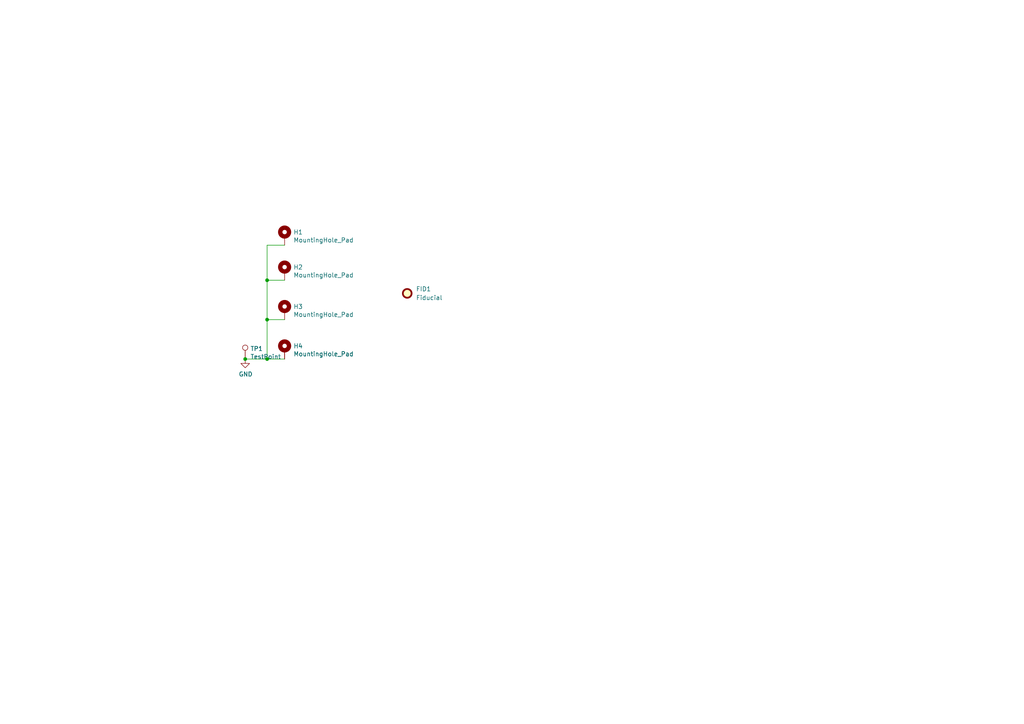
<source format=kicad_sch>
(kicad_sch (version 20231120) (generator "eeschema") (generator_version "8.0")
  (paper "A4")
  (lib_symbols
    (symbol "Connector:TestPoint" (pin_numbers hide) (pin_names (offset 0.762) hide)
      (property "Reference" "TP" (at 0 6.858 0))
      (property "Value" "TestPoint" (at 0 5.08 0))
      (symbol "TestPoint_0_1"
        (circle (center 0 3.302) (radius 0.762))
      )
      (symbol "TestPoint_1_1"
        (pin passive line (at 0 0 90) (length 2.54) (name "1") (number "1"))
      )
    )
    (symbol "Mechanical:Fiducial" (exclude_from_sim yes) (in_bom no)
      (property "Reference" "FID" (at 0 5.08 0))
      (property "Value" "Fiducial" (at 0 3.175 0))
      (symbol "Fiducial_0_1"
        (circle (center 0 0) (radius 1.27) (stroke (width 0.508)) (fill (type background)))
      )
    )
    (symbol "Mechanical:MountingHole_Pad" (pin_numbers hide) (pin_names (offset 1.016) hide)
      (property "Reference" "H" (at 0 6.35 0))
      (property "Value" "MountingHole_Pad" (at 0 4.445 0))
      (symbol "MountingHole_Pad_0_1"
        (circle (center 0 1.27) (radius 1.27) (stroke (width 1.27)))
      )
      (symbol "MountingHole_Pad_1_1"
        (pin input line (at 0 -2.54 90) (length 2.54) (name "1") (number "1"))
      )
    )
    (symbol "power:GND" (power) (pin_names (offset 0))
      (property "Value" "GND" (at 0 -3.81 0))
      (symbol "GND_0_1"
        (polyline (pts (xy 0 0) (xy 0 -1.27) (xy 1.27 -1.27) (xy 0 -2.54) (xy -1.27 -1.27) (xy 0 -1.27)))
      )
      (symbol "GND_1_1"
        (pin power_in line (at 0 0 270) (length 0) hide (name "GND") (number "1"))
      )
    )
  )
  (junction (at 77.47 92.71))
  (junction (at 71.12 104.14))
  (junction (at 77.47 104.14))
  (junction (at 77.47 81.28))
  (wire (pts (xy 82.55 71.12) (xy 77.47 71.12)))
  (wire (pts (xy 77.47 92.71) (xy 77.47 104.14)))
  (wire (pts (xy 82.55 81.28) (xy 77.47 81.28)))
  (wire (pts (xy 82.55 92.71) (xy 77.47 92.71)))
  (wire (pts (xy 77.47 71.12) (xy 77.47 81.28)))
  (wire (pts (xy 77.47 104.14) (xy 82.55 104.14)))
  (wire (pts (xy 77.47 81.28) (xy 77.47 92.71)))
  (wire (pts (xy 71.12 104.14) (xy 77.47 104.14)))
  (symbol (lib_id "power:GND") (at 71.12 104.14 0) (unit 1)
    (property "Reference" "#PWR0101" (effects (hide yes)))
    (property "Value" "GND" (at 71.247 108.5342 0))
  )
  (symbol (lib_id "Mechanical:MountingHole_Pad") (at 82.55 68.58 0) (unit 1)
    (property "Reference" "H1" (at 85.09 67.3354 0) (effects (justify left)))
    (property "Value" "MountingHole_Pad" (at 85.09 69.6468 0) (effects (justify left)))
    (property "Footprint" "MountingHole:MountingHole_3.2mm_M3_Pad_Via" (effects (hide yes)))
  )
  (symbol (lib_id "Mechanical:MountingHole_Pad") (at 82.55 78.74 0) (unit 1)
    (property "Reference" "H2" (at 85.09 77.4954 0) (effects (justify left)))
    (property "Value" "MountingHole_Pad" (at 85.09 79.8068 0) (effects (justify left)))
    (property "Footprint" "MountingHole:MountingHole_3.2mm_M3_Pad_Via" (effects (hide yes)))
  )
  (symbol (lib_id "Mechanical:MountingHole_Pad") (at 82.55 90.17 0) (unit 1)
    (property "Reference" "H3" (at 85.09 88.9254 0) (effects (justify left)))
    (property "Value" "MountingHole_Pad" (at 85.09 91.2368 0) (effects (justify left)))
    (property "Footprint" "MountingHole:MountingHole_3.2mm_M3_Pad_Via" (effects (hide yes)))
  )
  (symbol (lib_id "Mechanical:MountingHole_Pad") (at 82.55 101.6 0) (unit 1)
    (property "Reference" "H4" (at 85.09 100.3554 0) (effects (justify left)))
    (property "Value" "MountingHole_Pad" (at 85.09 102.6668 0) (effects (justify left)))
    (property "Footprint" "MountingHole:MountingHole_3.2mm_M3_Pad_Via" (effects (hide yes)))
  )
  (symbol (lib_id "Connector:TestPoint") (at 71.12 104.14 0) (unit 1)
    (property "Reference" "TP1" (at 72.5932 101.1428 0) (effects (justify left)))
    (property "Value" "TestPoint" (at 72.5932 103.4542 0) (effects (justify left)))
    (property "Footprint" "TestPoint:TestPoint_Pad_D4.0mm" (effects (hide yes)))
  )
  (symbol (lib_id "Mechanical:Fiducial") (at 118.11 85.09 0) (unit 1) (exclude_from_sim yes) (in_bom no)
    (property "Reference" "FID1" (at 120.65 83.8199 0) (effects (justify left)))
    (property "Value" "Fiducial" (at 120.65 86.3599 0) (effects (justify left)))
    (property "Footprint" "Fiducial:Fiducial_1mm_Mask2mm" (effects (hide yes)))
    (property "Description" "Fiducial Marker" (effects (hide yes)))
  )
)
</source>
